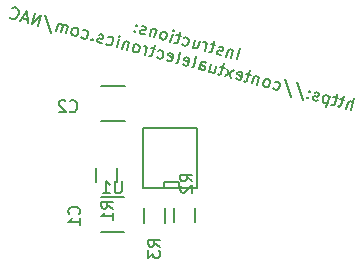
<source format=gbr>
G04 #@! TF.FileFunction,Legend,Bot*
%FSLAX46Y46*%
G04 Gerber Fmt 4.6, Leading zero omitted, Abs format (unit mm)*
G04 Created by KiCad (PCBNEW 4.0.2+dfsg1-stable) date Wed 11 Jul 2018 09:54:29 PM CDT*
%MOMM*%
G01*
G04 APERTURE LIST*
%ADD10C,0.100000*%
%ADD11C,0.203200*%
%ADD12C,0.150000*%
G04 APERTURE END LIST*
D10*
D11*
X130144157Y-94543129D02*
X130407117Y-93561749D01*
X129852139Y-93763657D02*
X129676832Y-94417910D01*
X129827095Y-93857122D02*
X129792885Y-93797867D01*
X129711942Y-93726091D01*
X129571745Y-93688525D01*
X129465758Y-93710214D01*
X129393982Y-93791157D01*
X129256241Y-94305213D01*
X128848171Y-94145783D02*
X128742184Y-94167472D01*
X128555254Y-94117384D01*
X128474312Y-94045608D01*
X128452624Y-93939621D01*
X128465146Y-93892889D01*
X128536922Y-93811946D01*
X128642908Y-93790257D01*
X128783105Y-93827823D01*
X128889092Y-93806134D01*
X128960868Y-93725192D01*
X128973390Y-93678460D01*
X128951701Y-93572473D01*
X128870758Y-93500697D01*
X128730561Y-93463131D01*
X128624575Y-93484820D01*
X128309970Y-93350434D02*
X127936110Y-93250258D01*
X128257426Y-92985741D02*
X128032032Y-93826924D01*
X127960255Y-93907867D01*
X127854268Y-93929556D01*
X127760803Y-93904512D01*
X127433677Y-93816859D02*
X127608984Y-93162605D01*
X127558896Y-93349535D02*
X127537208Y-93243548D01*
X127502997Y-93184294D01*
X127422054Y-93112517D01*
X127328590Y-93087474D01*
X126580872Y-92887123D02*
X126405565Y-93541377D01*
X127001463Y-92999820D02*
X126863722Y-93513876D01*
X126791946Y-93594819D01*
X126685959Y-93616508D01*
X126545762Y-93578943D01*
X126464819Y-93507166D01*
X126430609Y-93447912D01*
X125530171Y-93256728D02*
X125611114Y-93328504D01*
X125798043Y-93378592D01*
X125904030Y-93356903D01*
X125963284Y-93322693D01*
X126035061Y-93241750D01*
X126110192Y-92961356D01*
X126088503Y-92855369D01*
X126054293Y-92796115D01*
X125973350Y-92724338D01*
X125786421Y-92674251D01*
X125680434Y-92695940D01*
X125412561Y-92574076D02*
X125038702Y-92473900D01*
X125360017Y-92209383D02*
X125134623Y-93050566D01*
X125062847Y-93131509D01*
X124956860Y-93153197D01*
X124863395Y-93128154D01*
X124536269Y-93040500D02*
X124711575Y-92386247D01*
X124799229Y-92059120D02*
X124833439Y-92118374D01*
X124774185Y-92152585D01*
X124739974Y-92093330D01*
X124799229Y-92059120D01*
X124774185Y-92152585D01*
X123928747Y-92877715D02*
X124034734Y-92856027D01*
X124093988Y-92821816D01*
X124165764Y-92740873D01*
X124240896Y-92460479D01*
X124219207Y-92354493D01*
X124184996Y-92295238D01*
X124104053Y-92223462D01*
X123963857Y-92185896D01*
X123857870Y-92207585D01*
X123798616Y-92241796D01*
X123726840Y-92322739D01*
X123651708Y-92603132D01*
X123673397Y-92709119D01*
X123707607Y-92768373D01*
X123788550Y-92840150D01*
X123928747Y-92877715D01*
X123356335Y-92023111D02*
X123181028Y-92677365D01*
X123331291Y-92116576D02*
X123297081Y-92057322D01*
X123216138Y-91985546D01*
X123075941Y-91947980D01*
X122969954Y-91969669D01*
X122898178Y-92050612D01*
X122760437Y-92564668D01*
X122352367Y-92405238D02*
X122246380Y-92426927D01*
X122059450Y-92376839D01*
X121978508Y-92305063D01*
X121956820Y-92199076D01*
X121969342Y-92152344D01*
X122041118Y-92071401D01*
X122147104Y-92049712D01*
X122287301Y-92087277D01*
X122393288Y-92065589D01*
X122465064Y-91984647D01*
X122477586Y-91937914D01*
X122455897Y-91831928D01*
X122374954Y-91760151D01*
X122234757Y-91722585D01*
X122128771Y-91744274D01*
X121523706Y-92133111D02*
X121464451Y-92167322D01*
X121498662Y-92226576D01*
X121557916Y-92192366D01*
X121523706Y-92133111D01*
X121498662Y-92226576D01*
X121661447Y-91619055D02*
X121602192Y-91653266D01*
X121636403Y-91712520D01*
X121695657Y-91678309D01*
X121661447Y-91619055D01*
X121636403Y-91712520D01*
X139840987Y-98824332D02*
X140103947Y-97842951D01*
X139420396Y-98711635D02*
X139558137Y-98197579D01*
X139629913Y-98116636D01*
X139735900Y-98094947D01*
X139876096Y-98132513D01*
X139957039Y-98204289D01*
X139991250Y-98263544D01*
X139268575Y-97969728D02*
X138894715Y-97869553D01*
X139216031Y-97605035D02*
X138990637Y-98446218D01*
X138918861Y-98527161D01*
X138812874Y-98548850D01*
X138719409Y-98523806D01*
X138707787Y-97819465D02*
X138333927Y-97719290D01*
X138655243Y-97454772D02*
X138429848Y-98295956D01*
X138358072Y-98376899D01*
X138252085Y-98398587D01*
X138158620Y-98373543D01*
X138006801Y-97631637D02*
X137743841Y-98613017D01*
X137994279Y-97678369D02*
X137913336Y-97606593D01*
X137726407Y-97556505D01*
X137620420Y-97578194D01*
X137561166Y-97612404D01*
X137489389Y-97693347D01*
X137414258Y-97973741D01*
X137435947Y-98079728D01*
X137470157Y-98138982D01*
X137551100Y-98210759D01*
X137738029Y-98260846D01*
X137844016Y-98239158D01*
X137002833Y-98013763D02*
X136896846Y-98035452D01*
X136709916Y-97985364D01*
X136628974Y-97913588D01*
X136607285Y-97807601D01*
X136619807Y-97760869D01*
X136691584Y-97679926D01*
X136797569Y-97658237D01*
X136937767Y-97695803D01*
X137043754Y-97674114D01*
X137115530Y-97593172D01*
X137128052Y-97546440D01*
X137106363Y-97440453D01*
X137025420Y-97368676D01*
X136885223Y-97331111D01*
X136779237Y-97352800D01*
X136174171Y-97741636D02*
X136114917Y-97775847D01*
X136149127Y-97835101D01*
X136208382Y-97800891D01*
X136174171Y-97741636D01*
X136149127Y-97835101D01*
X136311912Y-97227580D02*
X136252658Y-97261791D01*
X136286868Y-97321045D01*
X136346123Y-97286835D01*
X136311912Y-97227580D01*
X136286868Y-97321045D01*
X135256299Y-96493940D02*
X135759391Y-97981110D01*
X134228186Y-96218458D02*
X134731278Y-97705628D01*
X133217507Y-96999488D02*
X133298450Y-97071265D01*
X133485379Y-97121352D01*
X133591366Y-97099664D01*
X133650621Y-97065453D01*
X133722397Y-96984510D01*
X133797528Y-96704116D01*
X133775840Y-96598129D01*
X133741629Y-96538875D01*
X133660686Y-96467099D01*
X133473757Y-96417011D01*
X133367770Y-96438700D01*
X132644196Y-96895958D02*
X132750183Y-96874269D01*
X132809437Y-96840059D01*
X132881214Y-96759116D01*
X132956345Y-96478722D01*
X132934656Y-96372735D01*
X132900446Y-96313481D01*
X132819503Y-96241704D01*
X132679306Y-96204139D01*
X132573319Y-96225827D01*
X132514065Y-96260038D01*
X132442289Y-96340981D01*
X132367158Y-96621375D01*
X132388846Y-96727362D01*
X132423057Y-96786616D01*
X132504000Y-96858392D01*
X132644196Y-96895958D01*
X132071784Y-96041354D02*
X131896478Y-96695607D01*
X132046741Y-96134819D02*
X132012530Y-96075564D01*
X131931587Y-96003788D01*
X131791391Y-95966223D01*
X131685404Y-95987911D01*
X131613627Y-96068854D01*
X131475887Y-96582910D01*
X131324066Y-95841003D02*
X130950206Y-95740828D01*
X131271522Y-95476310D02*
X131046128Y-96317494D01*
X130974351Y-96398437D01*
X130868365Y-96420125D01*
X130774900Y-96395081D01*
X130086437Y-96160521D02*
X130167380Y-96232297D01*
X130354309Y-96282384D01*
X130460295Y-96260696D01*
X130532072Y-96179753D01*
X130632247Y-95805894D01*
X130610558Y-95699907D01*
X130529615Y-95628131D01*
X130342686Y-95578043D01*
X130236700Y-95599732D01*
X130164923Y-95680675D01*
X130139880Y-95774139D01*
X130582159Y-95992823D01*
X129700055Y-96107078D02*
X129361306Y-95315083D01*
X129875362Y-95452824D02*
X129185999Y-95969337D01*
X129127643Y-95252474D02*
X128753784Y-95152298D01*
X129075100Y-94887781D02*
X128849705Y-95728964D01*
X128777929Y-95809907D01*
X128671942Y-95831596D01*
X128578477Y-95806552D01*
X128006066Y-94951948D02*
X127830760Y-95606201D01*
X128426658Y-95064645D02*
X128288917Y-95578701D01*
X128217140Y-95659644D01*
X128111153Y-95681333D01*
X127970957Y-95643767D01*
X127890014Y-95571991D01*
X127855804Y-95512736D01*
X126942844Y-95368285D02*
X127080585Y-94854229D01*
X127152361Y-94773286D01*
X127258348Y-94751597D01*
X127445277Y-94801685D01*
X127526220Y-94873461D01*
X126955366Y-95321553D02*
X127036309Y-95393329D01*
X127269970Y-95455938D01*
X127375957Y-95434250D01*
X127447733Y-95353307D01*
X127472777Y-95259842D01*
X127451089Y-95153855D01*
X127370146Y-95082079D01*
X127136484Y-95019469D01*
X127055541Y-94947693D01*
X126335322Y-95205500D02*
X126441309Y-95183811D01*
X126513085Y-95102868D01*
X126738480Y-94261685D01*
X125600127Y-94958417D02*
X125681070Y-95030194D01*
X125867998Y-95080281D01*
X125973985Y-95058592D01*
X126045762Y-94977650D01*
X126145937Y-94603791D01*
X126124248Y-94497804D01*
X126043305Y-94426028D01*
X125856376Y-94375940D01*
X125750389Y-94397629D01*
X125678613Y-94478572D01*
X125653570Y-94572036D01*
X126095849Y-94790720D01*
X124980083Y-94842365D02*
X125086070Y-94820676D01*
X125157846Y-94739733D01*
X125383240Y-93898550D01*
X124244887Y-94595282D02*
X124325830Y-94667058D01*
X124512759Y-94717146D01*
X124618746Y-94695457D01*
X124690522Y-94614514D01*
X124790697Y-94240656D01*
X124769009Y-94134669D01*
X124688066Y-94062892D01*
X124501137Y-94012805D01*
X124395150Y-94034494D01*
X124323374Y-94115437D01*
X124298330Y-94208900D01*
X124740610Y-94427584D01*
X123356972Y-94357366D02*
X123437915Y-94429142D01*
X123624843Y-94479230D01*
X123730830Y-94457541D01*
X123790085Y-94423330D01*
X123861861Y-94342387D01*
X123936992Y-94061994D01*
X123915304Y-93956007D01*
X123881093Y-93896752D01*
X123800150Y-93824976D01*
X123613221Y-93774889D01*
X123507234Y-93796577D01*
X123239362Y-93674713D02*
X122865502Y-93574538D01*
X123186818Y-93310020D02*
X122961423Y-94151204D01*
X122889647Y-94232147D01*
X122783660Y-94253835D01*
X122690195Y-94228791D01*
X122363069Y-94141138D02*
X122538376Y-93486885D01*
X122488288Y-93673814D02*
X122466599Y-93567828D01*
X122432389Y-93508573D01*
X122351446Y-93436797D01*
X122257982Y-93411753D01*
X121615351Y-93940788D02*
X121721337Y-93919099D01*
X121780592Y-93884888D01*
X121852368Y-93803945D01*
X121927499Y-93523552D01*
X121905811Y-93417565D01*
X121871600Y-93358310D01*
X121790657Y-93286534D01*
X121650461Y-93248969D01*
X121544474Y-93270657D01*
X121485220Y-93304868D01*
X121413443Y-93385811D01*
X121338312Y-93666205D01*
X121360001Y-93772191D01*
X121394211Y-93831446D01*
X121475154Y-93903222D01*
X121615351Y-93940788D01*
X121042939Y-93086184D02*
X120867632Y-93740437D01*
X121017895Y-93179649D02*
X120983685Y-93120394D01*
X120902742Y-93048618D01*
X120762545Y-93011052D01*
X120656558Y-93032741D01*
X120584782Y-93113684D01*
X120447041Y-93627740D01*
X119979717Y-93502521D02*
X120155023Y-92848267D01*
X120242677Y-92521140D02*
X120276887Y-92580394D01*
X120217633Y-92614605D01*
X120183422Y-92555351D01*
X120242677Y-92521140D01*
X120217633Y-92614605D01*
X119104323Y-93217872D02*
X119185266Y-93289648D01*
X119372195Y-93339736D01*
X119478181Y-93318047D01*
X119537436Y-93283837D01*
X119609212Y-93202894D01*
X119684343Y-92922500D01*
X119662655Y-92816513D01*
X119628444Y-92757259D01*
X119547501Y-92685482D01*
X119360572Y-92635395D01*
X119254586Y-92657083D01*
X118730463Y-93117697D02*
X118624476Y-93139385D01*
X118437546Y-93089297D01*
X118356604Y-93017521D01*
X118334916Y-92911535D01*
X118347438Y-92864802D01*
X118419214Y-92783859D01*
X118525200Y-92762170D01*
X118665397Y-92799736D01*
X118771384Y-92778047D01*
X118843160Y-92697105D01*
X118855682Y-92650373D01*
X118833993Y-92544386D01*
X118753050Y-92472610D01*
X118612853Y-92435044D01*
X118506867Y-92456733D01*
X117901802Y-92845570D02*
X117842547Y-92879780D01*
X117876758Y-92939035D01*
X117936012Y-92904824D01*
X117901802Y-92845570D01*
X117876758Y-92939035D01*
X117001364Y-92654386D02*
X117082307Y-92726162D01*
X117269236Y-92776250D01*
X117375223Y-92754561D01*
X117434477Y-92720350D01*
X117506253Y-92639408D01*
X117581385Y-92359014D01*
X117559696Y-92253027D01*
X117525486Y-92193773D01*
X117444543Y-92121996D01*
X117257614Y-92071909D01*
X117151627Y-92093597D01*
X116428053Y-92550855D02*
X116534039Y-92529167D01*
X116593294Y-92494956D01*
X116665070Y-92414013D01*
X116740201Y-92133619D01*
X116718513Y-92027633D01*
X116684302Y-91968378D01*
X116603359Y-91896602D01*
X116463163Y-91859036D01*
X116357176Y-91880725D01*
X116297922Y-91914935D01*
X116226145Y-91995878D01*
X116151014Y-92276272D01*
X116172703Y-92382259D01*
X116206913Y-92441513D01*
X116287856Y-92513290D01*
X116428053Y-92550855D01*
X115680334Y-92350505D02*
X115855641Y-91696251D01*
X115830597Y-91789716D02*
X115796387Y-91730462D01*
X115715444Y-91658686D01*
X115575247Y-91621120D01*
X115469260Y-91642809D01*
X115397484Y-91723752D01*
X115259743Y-92237808D01*
X115397484Y-91723752D02*
X115375795Y-91617765D01*
X115294852Y-91545988D01*
X115154655Y-91508423D01*
X115048668Y-91530111D01*
X114976892Y-91611054D01*
X114839151Y-92125110D01*
X113946323Y-90783949D02*
X114449414Y-92271119D01*
X113343713Y-91724409D02*
X113606674Y-90743028D01*
X112782925Y-91574146D01*
X113045885Y-90592766D01*
X112437464Y-91181054D02*
X111970141Y-91055835D01*
X112455798Y-91486493D02*
X112391631Y-90417459D01*
X111801544Y-91311186D01*
X110938672Y-90979805D02*
X110972883Y-91039059D01*
X111100558Y-91123357D01*
X111194023Y-91148401D01*
X111346742Y-91139234D01*
X111465250Y-91070813D01*
X111537027Y-90989870D01*
X111633847Y-90815462D01*
X111671412Y-90675266D01*
X111674768Y-90475814D01*
X111653079Y-90369827D01*
X111584658Y-90251319D01*
X111456983Y-90167021D01*
X111363518Y-90141977D01*
X111210799Y-90151143D01*
X111151545Y-90185354D01*
D12*
X118634000Y-106221000D02*
X120634000Y-106221000D01*
X120634000Y-109171000D02*
X118634000Y-109171000D01*
X118658000Y-96823003D02*
X120658000Y-96823003D01*
X120658000Y-99773003D02*
X118658000Y-99773003D01*
X120001002Y-104927998D02*
X120001002Y-103727998D01*
X118251002Y-103727998D02*
X118251002Y-104927998D01*
X126605000Y-108296000D02*
X126605000Y-107096000D01*
X124855000Y-107096000D02*
X124855000Y-108296000D01*
X122315000Y-107162000D02*
X122315000Y-108362000D01*
X124065000Y-108362000D02*
X124065000Y-107162000D01*
X126746000Y-105410000D02*
X126746000Y-100330000D01*
X126746000Y-100330000D02*
X122174000Y-100330000D01*
X122174000Y-100330000D02*
X122174000Y-105410000D01*
X122174000Y-105410000D02*
X126746000Y-105410000D01*
X125222000Y-105410000D02*
X125222000Y-104902000D01*
X125222000Y-104902000D02*
X123952000Y-104902000D01*
X123952000Y-104902000D02*
X123952000Y-105410000D01*
X116790743Y-107630934D02*
X116838362Y-107583315D01*
X116885981Y-107440458D01*
X116885981Y-107345220D01*
X116838362Y-107202362D01*
X116743124Y-107107124D01*
X116647886Y-107059505D01*
X116457410Y-107011886D01*
X116314552Y-107011886D01*
X116124076Y-107059505D01*
X116028838Y-107107124D01*
X115933600Y-107202362D01*
X115885981Y-107345220D01*
X115885981Y-107440458D01*
X115933600Y-107583315D01*
X115981219Y-107630934D01*
X116885981Y-108583315D02*
X116885981Y-108011886D01*
X116885981Y-108297600D02*
X115885981Y-108297600D01*
X116028838Y-108202362D01*
X116124076Y-108107124D01*
X116171695Y-108011886D01*
X116014666Y-98909146D02*
X116062285Y-98956765D01*
X116205142Y-99004384D01*
X116300380Y-99004384D01*
X116443238Y-98956765D01*
X116538476Y-98861527D01*
X116586095Y-98766289D01*
X116633714Y-98575813D01*
X116633714Y-98432955D01*
X116586095Y-98242479D01*
X116538476Y-98147241D01*
X116443238Y-98052003D01*
X116300380Y-98004384D01*
X116205142Y-98004384D01*
X116062285Y-98052003D01*
X116014666Y-98099622D01*
X115633714Y-98099622D02*
X115586095Y-98052003D01*
X115490857Y-98004384D01*
X115252761Y-98004384D01*
X115157523Y-98052003D01*
X115109904Y-98099622D01*
X115062285Y-98194860D01*
X115062285Y-98290098D01*
X115109904Y-98432955D01*
X115681333Y-99004384D01*
X115062285Y-99004384D01*
X119679982Y-107173737D02*
X119203791Y-106840403D01*
X119679982Y-106602308D02*
X118679982Y-106602308D01*
X118679982Y-106983261D01*
X118727601Y-107078499D01*
X118775220Y-107126118D01*
X118870458Y-107173737D01*
X119013315Y-107173737D01*
X119108553Y-107126118D01*
X119156172Y-107078499D01*
X119203791Y-106983261D01*
X119203791Y-106602308D01*
X119679982Y-108126118D02*
X119679982Y-107554689D01*
X119679982Y-107840403D02*
X118679982Y-107840403D01*
X118822839Y-107745165D01*
X118918077Y-107649927D01*
X118965696Y-107554689D01*
X126372881Y-104862334D02*
X125896690Y-104529000D01*
X126372881Y-104290905D02*
X125372881Y-104290905D01*
X125372881Y-104671858D01*
X125420500Y-104767096D01*
X125468119Y-104814715D01*
X125563357Y-104862334D01*
X125706214Y-104862334D01*
X125801452Y-104814715D01*
X125849071Y-104767096D01*
X125896690Y-104671858D01*
X125896690Y-104290905D01*
X125468119Y-105243286D02*
X125420500Y-105290905D01*
X125372881Y-105386143D01*
X125372881Y-105624239D01*
X125420500Y-105719477D01*
X125468119Y-105767096D01*
X125563357Y-105814715D01*
X125658595Y-105814715D01*
X125801452Y-105767096D01*
X126372881Y-105195667D01*
X126372881Y-105814715D01*
X123642381Y-110389334D02*
X123166190Y-110056000D01*
X123642381Y-109817905D02*
X122642381Y-109817905D01*
X122642381Y-110198858D01*
X122690000Y-110294096D01*
X122737619Y-110341715D01*
X122832857Y-110389334D01*
X122975714Y-110389334D01*
X123070952Y-110341715D01*
X123118571Y-110294096D01*
X123166190Y-110198858D01*
X123166190Y-109817905D01*
X122642381Y-110722667D02*
X122642381Y-111341715D01*
X123023333Y-111008381D01*
X123023333Y-111151239D01*
X123070952Y-111246477D01*
X123118571Y-111294096D01*
X123213810Y-111341715D01*
X123451905Y-111341715D01*
X123547143Y-111294096D01*
X123594762Y-111246477D01*
X123642381Y-111151239D01*
X123642381Y-110865524D01*
X123594762Y-110770286D01*
X123547143Y-110722667D01*
X120395905Y-104862381D02*
X120395905Y-105671905D01*
X120348286Y-105767143D01*
X120300667Y-105814762D01*
X120205429Y-105862381D01*
X120014952Y-105862381D01*
X119919714Y-105814762D01*
X119872095Y-105767143D01*
X119824476Y-105671905D01*
X119824476Y-104862381D01*
X118824476Y-105862381D02*
X119395905Y-105862381D01*
X119110191Y-105862381D02*
X119110191Y-104862381D01*
X119205429Y-105005238D01*
X119300667Y-105100476D01*
X119395905Y-105148095D01*
M02*

</source>
